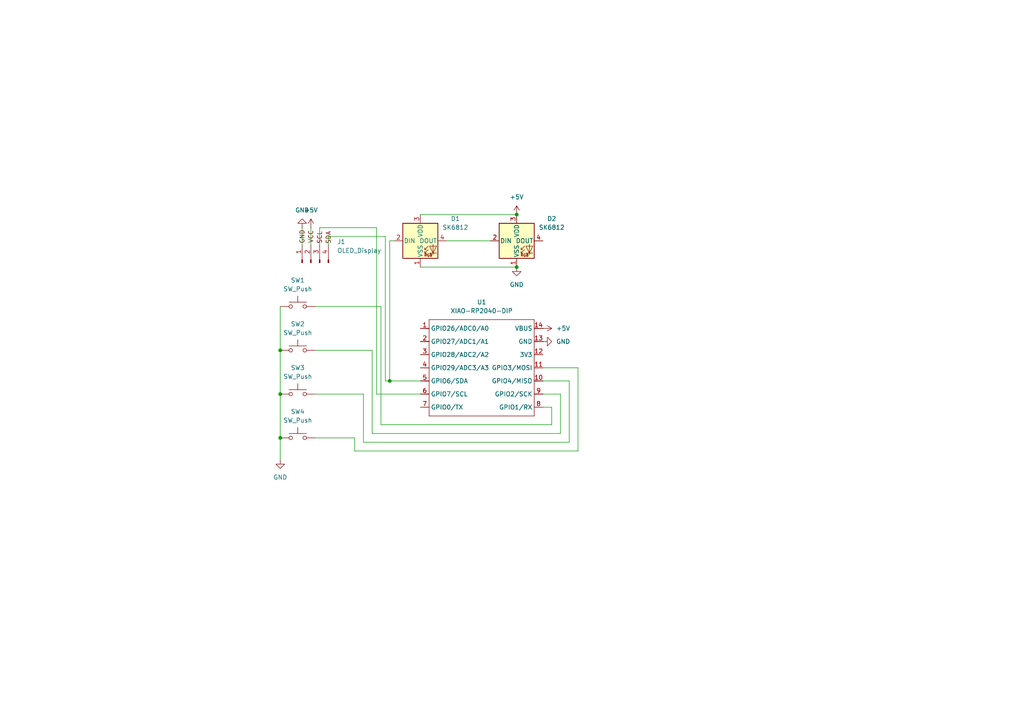
<source format=kicad_sch>
(kicad_sch (version 20250114) (generator "eeschema") (generator_version "9.0")
  (paper "A4")
  (lib_symbols
    (symbol "LED:SK6812" (pin_names (offset 0.254))
      (property "Reference" "D" (at 5.08 5.715 0))
      (property "Value" "SK6812" (at 1.27 -5.715 0))
      (symbol "SK6812_0_0"
        (text "RGB" (at 2.286 -4.191 0) (effects (font (size 0.762 0.762))))
      )
      (symbol "SK6812_0_1"
        (polyline (pts (xy 1.27 -2.54) (xy 1.778 -2.54)))
        (polyline (pts (xy 1.27 -3.556) (xy 1.778 -3.556)))
        (polyline (pts (xy 2.286 -1.524) (xy 1.27 -2.54) (xy 1.27 -2.032)))
        (polyline (pts (xy 2.286 -2.54) (xy 1.27 -3.556) (xy 1.27 -3.048)))
        (polyline (pts (xy 3.683 -1.016) (xy 3.683 -3.556) (xy 3.683 -4.064)))
        (polyline (pts (xy 4.699 -1.524) (xy 2.667 -1.524) (xy 3.683 -3.556) (xy 4.699 -1.524)))
        (polyline (pts (xy 4.699 -3.556) (xy 2.667 -3.556)))
        (rectangle (start 5.08 5.08) (end -5.08 -5.08) (stroke (width 0.254)) (fill (type background)))
      )
      (symbol "SK6812_1_1"
        (pin input line (at -7.62 0 0) (length 2.54) (name "DIN") (number "2"))
        (pin power_in line (at 0 7.62 270) (length 2.54) (name "VDD") (number "3"))
        (pin power_in line (at 0 -7.62 90) (length 2.54) (name "VSS") (number "1"))
        (pin output line (at 7.62 0 180) (length 2.54) (name "DOUT") (number "4"))
      )
    )
    (symbol "OLED:OLED_Display" (pin_names (offset 1.016) (hide yes))
      (property "Reference" "J" (at 0 5.08 0))
      (property "Value" "OLED_Display" (at 0 -7.62 0))
      (symbol "OLED_Display_1_1"
        (rectangle (start -3.937 -4.2164) (end -3.683 -5.08) (stroke (width 0.1524)) (fill (type outline)))
        (polyline (pts (xy -3.81 -3.81) (xy -3.81 -4.2164)) (stroke (width 0.1524)))
        (rectangle (start -1.397 -4.2164) (end -1.143 -5.08) (stroke (width 0.1524)) (fill (type outline)))
        (polyline (pts (xy -1.27 -3.81) (xy -1.27 -4.2164)) (stroke (width 0.1524)))
        (rectangle (start 1.143 -4.2164) (end 1.397 -5.08) (stroke (width 0.1524)) (fill (type outline)))
        (polyline (pts (xy 1.27 -3.81) (xy 1.27 -4.2164)) (stroke (width 0.1524)))
        (rectangle (start 3.683 -4.2164) (end 3.937 -5.08) (stroke (width 0.1524)) (fill (type outline)))
        (polyline (pts (xy 3.81 -3.81) (xy 3.81 -4.2164)) (stroke (width 0.1524)))
        (text "GND" (at -3.81 2.54 900) (effects (font (size 1.27 1.27))))
        (text "VCC" (at -1.27 2.54 900) (effects (font (size 1.27 1.27))))
        (text "SCL" (at 1.27 2.286 900) (effects (font (size 1.27 1.27))))
        (text "SDA" (at 3.81 2.286 900) (effects (font (size 1.27 1.27))))
        (pin passive line (at -3.81 0 270) (length 3.81) (name "GND") (number "1"))
        (pin passive line (at -1.27 0 270) (length 3.81) (name "VCC") (number "2"))
        (pin passive line (at 1.27 0 270) (length 3.81) (name "SCL") (number "3"))
        (pin passive line (at 3.81 0 270) (length 3.81) (name "SDA") (number "4"))
      )
    )
    (symbol "OPL:XIAO-RP2040-DIP"
      (property "Reference" "U" (at 0 0 0))
      (property "Value" "XIAO-RP2040-DIP" (at 5.334 -1.778 0))
      (symbol "XIAO-RP2040-DIP_1_0"
        (polyline (pts (xy -1.27 -2.54) (xy 29.21 -2.54)) (stroke (width 0.1524)))
        (polyline (pts (xy -1.27 -5.08) (xy -2.54 -5.08)) (stroke (width 0.1524)))
        (polyline (pts (xy -1.27 -5.08) (xy -1.27 -2.54)) (stroke (width 0.1524)))
        (polyline (pts (xy -1.27 -8.89) (xy -2.54 -8.89)) (stroke (width 0.1524)))
        (polyline (pts (xy -1.27 -8.89) (xy -1.27 -5.08)) (stroke (width 0.1524)))
        (polyline (pts (xy -1.27 -12.7) (xy -2.54 -12.7)) (stroke (width 0.1524)))
        (polyline (pts (xy -1.27 -12.7) (xy -1.27 -8.89)) (stroke (width 0.1524)))
        (polyline (pts (xy -1.27 -16.51) (xy -2.54 -16.51)) (stroke (width 0.1524)))
        (polyline (pts (xy -1.27 -16.51) (xy -1.27 -12.7)) (stroke (width 0.1524)))
        (polyline (pts (xy -1.27 -20.32) (xy -2.54 -20.32)) (stroke (width 0.1524)))
        (polyline (pts (xy -1.27 -24.13) (xy -2.54 -24.13)) (stroke (width 0.1524)))
        (polyline (pts (xy -1.27 -27.94) (xy -2.54 -27.94)) (stroke (width 0.1524)))
        (polyline (pts (xy -1.27 -30.48) (xy -1.27 -16.51)) (stroke (width 0.1524)))
        (polyline (pts (xy 29.21 -2.54) (xy 29.21 -5.08)) (stroke (width 0.1524)))
        (polyline (pts (xy 29.21 -5.08) (xy 29.21 -8.89)) (stroke (width 0.1524)))
        (polyline (pts (xy 29.21 -8.89) (xy 29.21 -12.7)) (stroke (width 0.1524)))
        (polyline (pts (xy 29.21 -12.7) (xy 29.21 -30.48)) (stroke (width 0.1524)))
        (polyline (pts (xy 29.21 -30.48) (xy -1.27 -30.48)) (stroke (width 0.1524)))
        (polyline (pts (xy 30.48 -5.08) (xy 29.21 -5.08)) (stroke (width 0.1524)))
        (polyline (pts (xy 30.48 -8.89) (xy 29.21 -8.89)) (stroke (width 0.1524)))
        (polyline (pts (xy 30.48 -12.7) (xy 29.21 -12.7)) (stroke (width 0.1524)))
        (polyline (pts (xy 30.48 -16.51) (xy 29.21 -16.51)) (stroke (width 0.1524)))
        (polyline (pts (xy 30.48 -20.32) (xy 29.21 -20.32)) (stroke (width 0.1524)))
        (polyline (pts (xy 30.48 -24.13) (xy 29.21 -24.13)) (stroke (width 0.1524)))
        (polyline (pts (xy 30.48 -27.94) (xy 29.21 -27.94)) (stroke (width 0.1524)))
        (pin passive line (at -3.81 -5.08 0) (length 2.54) (name "GPIO26/ADC0/A0") (number "1"))
        (pin passive line (at -3.81 -8.89 0) (length 2.54) (name "GPIO27/ADC1/A1") (number "2"))
        (pin passive line (at -3.81 -12.7 0) (length 2.54) (name "GPIO28/ADC2/A2") (number "3"))
        (pin passive line (at -3.81 -16.51 0) (length 2.54) (name "GPIO29/ADC3/A3") (number "4"))
        (pin passive line (at -3.81 -20.32 0) (length 2.54) (name "GPIO6/SDA") (number "5"))
        (pin passive line (at -3.81 -24.13 0) (length 2.54) (name "GPIO7/SCL") (number "6"))
        (pin passive line (at -3.81 -27.94 0) (length 2.54) (name "GPIO0/TX") (number "7"))
        (pin passive line (at 31.75 -5.08 180) (length 2.54) (name "VBUS") (number "14"))
        (pin passive line (at 31.75 -8.89 180) (length 2.54) (name "GND") (number "13"))
        (pin passive line (at 31.75 -12.7 180) (length 2.54) (name "3V3") (number "12"))
        (pin passive line (at 31.75 -16.51 180) (length 2.54) (name "GPIO3/MOSI") (number "11"))
        (pin passive line (at 31.75 -20.32 180) (length 2.54) (name "GPIO4/MISO") (number "10"))
        (pin passive line (at 31.75 -24.13 180) (length 2.54) (name "GPIO2/SCK") (number "9"))
        (pin passive line (at 31.75 -27.94 180) (length 2.54) (name "GPIO1/RX") (number "8"))
      )
    )
    (symbol "Switch:SW_Push" (pin_numbers (hide yes)) (pin_names (offset 1.016) (hide yes))
      (property "Reference" "SW" (at 1.27 2.54 0))
      (property "Value" "SW_Push" (at 0 -1.524 0))
      (symbol "SW_Push_0_1"
        (circle (center -2.032 0) (radius 0.508))
        (polyline (pts (xy 0 1.27) (xy 0 3.048)))
        (circle (center 2.032 0) (radius 0.508))
        (polyline (pts (xy 2.54 1.27) (xy -2.54 1.27)))
        (pin passive line (at -5.08 0 0) (length 2.54) (name "1") (number "1"))
        (pin passive line (at 5.08 0 180) (length 2.54) (name "2") (number "2"))
      )
    )
    (symbol "power:+5V" (power) (pin_numbers (hide yes)) (pin_names (offset 0) (hide yes))
      (property "Value" "+5V" (at 0 3.556 0))
      (symbol "+5V_0_1"
        (polyline (pts (xy -0.762 1.27) (xy 0 2.54)))
        (polyline (pts (xy 0 2.54) (xy 0.762 1.27)))
        (polyline (pts (xy 0 0) (xy 0 2.54)))
      )
      (symbol "+5V_1_1"
        (pin power_in line (at 0 0 90) (length 0) (name "~") (number "1"))
      )
    )
    (symbol "power:GND" (power) (pin_numbers (hide yes)) (pin_names (offset 0) (hide yes))
      (property "Value" "GND" (at 0 -3.81 0))
      (symbol "GND_0_1"
        (polyline (pts (xy 0 0) (xy 0 -1.27) (xy 1.27 -1.27) (xy 0 -2.54) (xy -1.27 -1.27) (xy 0 -1.27)))
      )
      (symbol "GND_1_1"
        (pin power_in line (at 0 0 270) (length 0) (name "~") (number "1"))
      )
    )
  )
  (junction (at 149.86 77.47))
  (junction (at 113.03 110.49))
  (junction (at 81.28 101.6))
  (junction (at 149.86 62.23))
  (junction (at 81.28 114.3))
  (junction (at 81.28 127))
  (wire (pts (xy 111.76 110.49) (xy 113.03 110.49)))
  (wire (pts (xy 129.54 69.85) (xy 142.24 69.85)))
  (wire (pts (xy 102.87 130.81) (xy 102.87 127)))
  (wire (pts (xy 157.48 106.68) (xy 167.64 106.68)))
  (wire (pts (xy 110.49 88.9) (xy 91.44 88.9)))
  (wire (pts (xy 157.48 114.3) (xy 162.56 114.3)))
  (wire (pts (xy 105.41 114.3) (xy 91.44 114.3)))
  (wire (pts (xy 81.28 88.9) (xy 81.28 101.6)))
  (wire (pts (xy 162.56 114.3) (xy 162.56 125.73)))
  (wire (pts (xy 160.02 123.19) (xy 110.49 123.19)))
  (wire (pts (xy 160.02 118.11) (xy 160.02 123.19)))
  (wire (pts (xy 113.03 110.49) (xy 121.92 110.49)))
  (wire (pts (xy 90.17 66.04) (xy 90.17 71.12)))
  (wire (pts (xy 110.49 123.19) (xy 110.49 88.9)))
  (wire (pts (xy 167.64 106.68) (xy 167.64 130.81)))
  (wire (pts (xy 157.48 118.11) (xy 160.02 118.11)))
  (wire (pts (xy 157.48 110.49) (xy 165.1 110.49)))
  (wire (pts (xy 87.63 66.04) (xy 87.63 71.12)))
  (wire (pts (xy 167.64 130.81) (xy 102.87 130.81)))
  (wire (pts (xy 107.95 101.6) (xy 91.44 101.6)))
  (wire (pts (xy 92.71 66.04) (xy 92.71 71.12)))
  (wire (pts (xy 113.03 110.49) (xy 113.03 69.85)))
  (wire (pts (xy 165.1 128.27) (xy 105.41 128.27)))
  (wire (pts (xy 111.76 68.58) (xy 95.25 68.58)))
  (wire (pts (xy 113.03 69.85) (xy 114.3 69.85)))
  (wire (pts (xy 105.41 128.27) (xy 105.41 114.3)))
  (wire (pts (xy 109.22 114.3) (xy 109.22 66.04)))
  (wire (pts (xy 165.1 110.49) (xy 165.1 128.27)))
  (wire (pts (xy 81.28 127) (xy 81.28 133.35)))
  (wire (pts (xy 81.28 101.6) (xy 81.28 114.3)))
  (wire (pts (xy 109.22 66.04) (xy 92.71 66.04)))
  (wire (pts (xy 121.92 114.3) (xy 109.22 114.3)))
  (wire (pts (xy 107.95 125.73) (xy 107.95 101.6)))
  (wire (pts (xy 102.87 127) (xy 91.44 127)))
  (wire (pts (xy 121.92 77.47) (xy 149.86 77.47)))
  (wire (pts (xy 111.76 110.49) (xy 111.76 68.58)))
  (wire (pts (xy 81.28 114.3) (xy 81.28 127)))
  (wire (pts (xy 162.56 125.73) (xy 107.95 125.73)))
  (wire (pts (xy 121.92 62.23) (xy 149.86 62.23)))
  (wire (pts (xy 95.25 68.58) (xy 95.25 71.12)))
  (symbol (lib_id "power:+5V") (at 157.48 95.25 270) (unit 1)
    (property "Reference" "#PWR05" (effects (hide yes)))
    (property "Value" "+5V" (at 161.29 95.2499 90) (effects (justify left)))
    (property "Description" "Power symbol creates a global label with name \"+5V\"" (effects (hide yes)))
  )
  (symbol (lib_id "power:GND") (at 81.28 133.35 0) (unit 1)
    (property "Reference" "#PWR03" (effects (hide yes)))
    (property "Value" "GND" (at 81.28 138.43 0))
    (property "Description" "Power symbol creates a global label with name \"GND\" , ground" (effects (hide yes)))
  )
  (symbol (lib_id "OPL:XIAO-RP2040-DIP") (at 125.73 90.17 0) (unit 1)
    (property "Reference" "U1" (at 139.7 87.63 0))
    (property "Value" "XIAO-RP2040-DIP" (at 139.7 90.17 0))
    (property "Footprint" "OPL:XIAO-RP2040-DIP" (effects (hide yes)))
  )
  (symbol (lib_id "Switch:SW_Push") (at 86.36 101.6 0) (unit 1)
    (property "Reference" "SW2" (at 86.36 93.98 0))
    (property "Value" "SW_Push" (at 86.36 96.52 0))
    (property "Footprint" "Button_Switch_Keyboard:SW_Cherry_MX_1.00u_PCB" (effects (hide yes)))
    (property "Description" "Push button switch, generic, two pins" (effects (hide yes)))
  )
  (symbol (lib_id "Switch:SW_Push") (at 86.36 114.3 0) (unit 1)
    (property "Reference" "SW3" (at 86.36 106.68 0))
    (property "Value" "SW_Push" (at 86.36 109.22 0))
    (property "Footprint" "Button_Switch_Keyboard:SW_Cherry_MX_1.00u_PCB" (effects (hide yes)))
    (property "Description" "Push button switch, generic, two pins" (effects (hide yes)))
  )
  (symbol (lib_id "LED:SK6812") (at 121.92 69.85 0) (unit 1)
    (property "Reference" "D1" (at 132.08 63.4298 0))
    (property "Value" "SK6812" (at 132.08 65.9698 0))
    (property "Footprint" "LED_SMD:LED_SK6812MINI_PLCC4_3.5x3.5mm_P1.75mm" (effects (hide yes)))
    (property "Datasheet" "https://cdn-shop.adafruit.com/product-files/1138/SK6812+LED+datasheet+.pdf" (effects (hide yes)))
    (property "Description" "RGB LED with integrated controller" (effects (hide yes)))
  )
  (symbol (lib_id "power:+5V") (at 149.86 62.23 0) (unit 1)
    (property "Reference" "#PWR01" (effects (hide yes)))
    (property "Value" "+5V" (at 149.86 57.15 0))
    (property "Description" "Power symbol creates a global label with name \"+5V\"" (effects (hide yes)))
  )
  (symbol (lib_id "Switch:SW_Push") (at 86.36 127 0) (unit 1)
    (property "Reference" "SW4" (at 86.36 119.38 0))
    (property "Value" "SW_Push" (at 86.36 121.92 0))
    (property "Footprint" "Button_Switch_Keyboard:SW_Cherry_MX_1.00u_PCB" (effects (hide yes)))
    (property "Description" "Push button switch, generic, two pins" (effects (hide yes)))
  )
  (symbol (lib_id "power:GND") (at 149.86 77.47 0) (unit 1)
    (property "Reference" "#PWR02" (effects (hide yes)))
    (property "Value" "GND" (at 149.86 82.55 0))
    (property "Description" "Power symbol creates a global label with name \"GND\" , ground" (effects (hide yes)))
  )
  (symbol (lib_id "power:+5V") (at 90.17 66.04 0) (unit 1)
    (property "Reference" "#PWR07" (effects (hide yes)))
    (property "Value" "+5V" (at 90.17 60.96 0))
    (property "Description" "Power symbol creates a global label with name \"+5V\"" (effects (hide yes)))
  )
  (symbol (lib_id "Switch:SW_Push") (at 86.36 88.9 0) (unit 1)
    (property "Reference" "SW1" (at 86.36 81.28 0))
    (property "Value" "SW_Push" (at 86.36 83.82 0))
    (property "Footprint" "Button_Switch_Keyboard:SW_Cherry_MX_1.00u_PCB" (effects (hide yes)))
    (property "Description" "Push button switch, generic, two pins" (effects (hide yes)))
  )
  (symbol (lib_id "OLED:OLED_Display") (at 91.44 71.12 0) (unit 1)
    (property "Reference" "J1" (at 97.79 70.1347 0) (effects (justify left)))
    (property "Value" "OLED_Display" (at 97.79 72.6747 0) (effects (justify left)))
    (property "Footprint" "OLED:SSD1306-0.91-OLED-4pin-128x32" (effects (hide yes)))
    (property "Description" "Generic connector, single row, 01x04, script generated" (effects (hide yes)))
  )
  (symbol (lib_id "power:GND") (at 87.63 66.04 180) (unit 1)
    (property "Reference" "#PWR06" (effects (hide yes)))
    (property "Value" "GND" (at 87.63 60.96 0))
    (property "Description" "Power symbol creates a global label with name \"GND\" , ground" (effects (hide yes)))
  )
  (symbol (lib_id "LED:SK6812") (at 149.86 69.85 0) (unit 1)
    (property "Reference" "D2" (at 160.02 63.4298 0))
    (property "Value" "SK6812" (at 160.02 65.9698 0))
    (property "Footprint" "LED_SMD:LED_SK6812MINI_PLCC4_3.5x3.5mm_P1.75mm" (effects (hide yes)))
    (property "Datasheet" "https://cdn-shop.adafruit.com/product-files/1138/SK6812+LED+datasheet+.pdf" (effects (hide yes)))
    (property "Description" "RGB LED with integrated controller" (effects (hide yes)))
  )
  (symbol (lib_id "power:GND") (at 157.48 99.06 90) (unit 1)
    (property "Reference" "#PWR04" (effects (hide yes)))
    (property "Value" "GND" (at 161.29 99.0599 90) (effects (justify right)))
    (property "Description" "Power symbol creates a global label with name \"GND\" , ground" (effects (hide yes)))
  )
)
</source>
